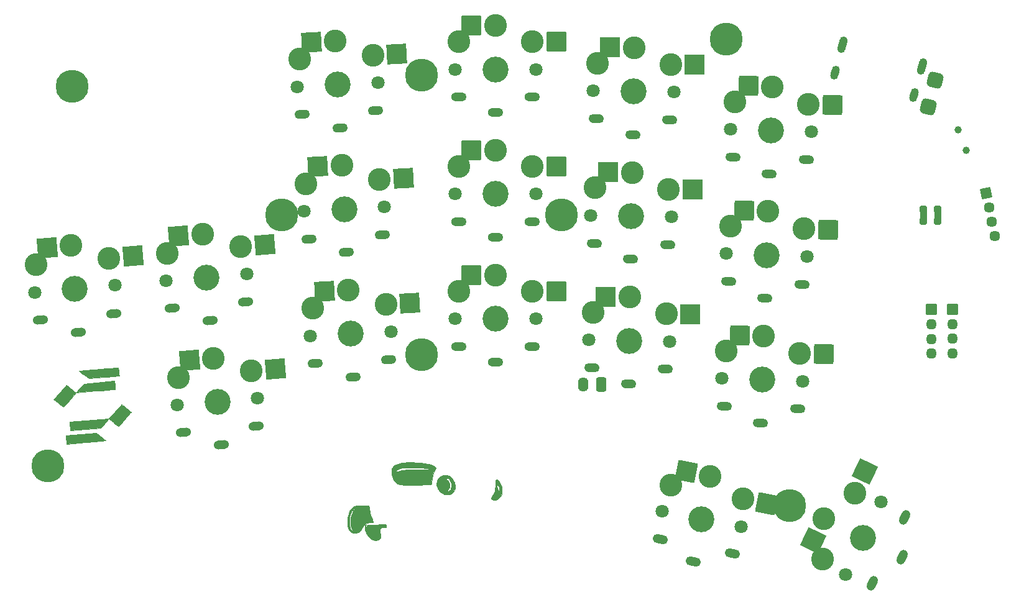
<source format=gbr>
%TF.GenerationSoftware,KiCad,Pcbnew,6.0.4-6f826c9f35~116~ubuntu20.04.1*%
%TF.CreationDate,2022-06-03T00:30:45+02:00*%
%TF.ProjectId,Wubbo,57756262-6f2e-46b6-9963-61645f706362,v0.3*%
%TF.SameCoordinates,Original*%
%TF.FileFunction,Soldermask,Bot*%
%TF.FilePolarity,Negative*%
%FSLAX46Y46*%
G04 Gerber Fmt 4.6, Leading zero omitted, Abs format (unit mm)*
G04 Created by KiCad (PCBNEW 6.0.4-6f826c9f35~116~ubuntu20.04.1) date 2022-06-03 00:30:45*
%MOMM*%
%LPD*%
G01*
G04 APERTURE LIST*
G04 Aperture macros list*
%AMRoundRect*
0 Rectangle with rounded corners*
0 $1 Rounding radius*
0 $2 $3 $4 $5 $6 $7 $8 $9 X,Y pos of 4 corners*
0 Add a 4 corners polygon primitive as box body*
4,1,4,$2,$3,$4,$5,$6,$7,$8,$9,$2,$3,0*
0 Add four circle primitives for the rounded corners*
1,1,$1+$1,$2,$3*
1,1,$1+$1,$4,$5*
1,1,$1+$1,$6,$7*
1,1,$1+$1,$8,$9*
0 Add four rect primitives between the rounded corners*
20,1,$1+$1,$2,$3,$4,$5,0*
20,1,$1+$1,$4,$5,$6,$7,0*
20,1,$1+$1,$6,$7,$8,$9,0*
20,1,$1+$1,$8,$9,$2,$3,0*%
%AMHorizOval*
0 Thick line with rounded ends*
0 $1 width*
0 $2 $3 position (X,Y) of the first rounded end (center of the circle)*
0 $4 $5 position (X,Y) of the second rounded end (center of the circle)*
0 Add line between two ends*
20,1,$1,$2,$3,$4,$5,0*
0 Add two circle primitives to create the rounded ends*
1,1,$1,$2,$3*
1,1,$1,$4,$5*%
G04 Aperture macros list end*
%ADD10C,0.120000*%
%ADD11C,0.010000*%
%ADD12C,3.100000*%
%ADD13C,1.801800*%
%ADD14C,3.529000*%
%ADD15HorizOval,1.200000X-0.449383X-0.023551X0.449383X0.023551X0*%
%ADD16RoundRect,0.050000X1.230182X1.366255X-1.366255X1.230182X-1.230182X-1.366255X1.366255X-1.230182X0*%
%ADD17RoundRect,0.050000X1.300000X1.300000X-1.300000X1.300000X-1.300000X-1.300000X1.300000X-1.300000X0*%
%ADD18O,2.100000X1.200000*%
%ADD19RoundRect,0.268750X0.256250X-0.218750X0.256250X0.218750X-0.256250X0.218750X-0.256250X-0.218750X0*%
%ADD20RoundRect,0.050000X-0.675000X-0.675000X0.675000X-0.675000X0.675000X0.675000X-0.675000X0.675000X0*%
%ADD21O,1.450000X1.450000*%
%ADD22RoundRect,0.050000X-0.598550X1.738315X-1.738315X-0.598550X0.598550X-1.738315X1.738315X0.598550X0*%
%ADD23HorizOval,1.200000X-0.197267X-0.404457X0.197267X0.404457X0*%
%ADD24RoundRect,0.320833X0.379167X0.654167X-0.379167X0.654167X-0.379167X-0.654167X0.379167X-0.654167X0*%
%ADD25O,1.400000X1.950000*%
%ADD26HorizOval,1.200000X-0.449931X0.007854X0.449931X-0.007854X0*%
%ADD27RoundRect,0.050000X1.322490X1.277114X-1.277114X1.322490X-1.322490X-1.277114X1.277114X-1.322490X0*%
%ADD28C,0.800000*%
%ADD29C,4.500000*%
%ADD30RoundRect,0.050000X1.181751X1.408356X-1.408356X1.181751X-1.181751X-1.408356X1.408356X-1.181751X0*%
%ADD31HorizOval,1.200000X-0.448288X-0.039220X0.448288X0.039220X0*%
%ADD32RoundRect,0.550000X0.612372X0.353553X-0.353553X0.612372X-0.612372X-0.353553X0.353553X-0.612372X0*%
%ADD33C,1.000000*%
%ADD34HorizOval,1.200000X-0.449726X0.015705X0.449726X-0.015705X0*%
%ADD35RoundRect,0.050000X1.344577X1.253839X-1.253839X1.344577X-1.344577X-1.253839X1.253839X-1.344577X0*%
%ADD36HorizOval,1.100000X-0.160343X-0.578178X0.160343X0.578178X0*%
%ADD37HorizOval,1.100000X-0.106895X-0.385452X0.106895X0.385452X0*%
%ADD38RoundRect,0.050000X-0.533802X-0.791394X0.791394X-0.533802X0.533802X0.791394X-0.791394X0.533802X0*%
%ADD39HorizOval,1.450000X0.000000X0.000000X0.000000X0.000000X0*%
%ADD40RoundRect,0.050000X1.524167X1.028064X-1.028064X1.524167X-1.524167X-1.028064X1.028064X-1.524167X0*%
%ADD41HorizOval,1.200000X-0.441732X0.085864X0.441732X-0.085864X0*%
G04 APERTURE END LIST*
D10*
%TO.C,D1*%
X113680000Y27630000D02*
X114520000Y27630000D01*
X114520000Y27630000D02*
X114520000Y26390000D01*
X114520000Y26390000D02*
X113680000Y26390000D01*
X113680000Y26390000D02*
X113680000Y27630000D01*
G36*
X113680000Y27630000D02*
G01*
X114520000Y27630000D01*
X114520000Y26390000D01*
X113680000Y26390000D01*
X113680000Y27630000D01*
G37*
%TO.C,GR5*%
G36*
X48104326Y-8795072D02*
G01*
X48214333Y-8685930D01*
X48324709Y-8606323D01*
X48333240Y-8601567D01*
X48488168Y-8535738D01*
X48667980Y-8489541D01*
X48859269Y-8464560D01*
X49048627Y-8462375D01*
X49222645Y-8484570D01*
X49256509Y-8492613D01*
X49435609Y-8559346D01*
X49612720Y-8663898D01*
X49781795Y-8801950D01*
X49936790Y-8969181D01*
X49954268Y-8991149D01*
X50090619Y-9192616D01*
X50193486Y-9402611D01*
X50263364Y-9617135D01*
X50300746Y-9832189D01*
X50306128Y-10043774D01*
X50280004Y-10247893D01*
X50222870Y-10440545D01*
X50135219Y-10617733D01*
X50017546Y-10775457D01*
X49870345Y-10909719D01*
X49704358Y-11011523D01*
X49632311Y-11045680D01*
X49573057Y-11068166D01*
X49513368Y-11081848D01*
X49440018Y-11089593D01*
X49339779Y-11094268D01*
X49319416Y-11094953D01*
X49217709Y-11097239D01*
X49125637Y-11097422D01*
X49055184Y-11095579D01*
X49024416Y-11093020D01*
X48889787Y-11068663D01*
X48781506Y-11037860D01*
X48683599Y-10995072D01*
X48594992Y-10944141D01*
X48386976Y-10793748D01*
X48207969Y-10621978D01*
X48059361Y-10432732D01*
X47942540Y-10229912D01*
X47858897Y-10017420D01*
X47809820Y-9799159D01*
X47796699Y-9579030D01*
X47820922Y-9360935D01*
X47883879Y-9148777D01*
X47923868Y-9059002D01*
X47984128Y-8957117D01*
X49142376Y-8957117D01*
X49163747Y-9014708D01*
X49216505Y-9089328D01*
X49276902Y-9158596D01*
X49398119Y-9319133D01*
X49483153Y-9493892D01*
X49531520Y-9677472D01*
X49542732Y-9864467D01*
X49516305Y-10049477D01*
X49451752Y-10227098D01*
X49383524Y-10344281D01*
X49321109Y-10448010D01*
X49292381Y-10528853D01*
X49296819Y-10588856D01*
X49314400Y-10614933D01*
X49366479Y-10638607D01*
X49437188Y-10625133D01*
X49492070Y-10596771D01*
X49605114Y-10502802D01*
X49695341Y-10377747D01*
X49760605Y-10227465D01*
X49798755Y-10057815D01*
X49807644Y-9874657D01*
X49798204Y-9761953D01*
X49765341Y-9577607D01*
X49718822Y-9406184D01*
X49661035Y-9251160D01*
X49594369Y-9116011D01*
X49521215Y-9004211D01*
X49443961Y-8919238D01*
X49364998Y-8864567D01*
X49286713Y-8843673D01*
X49211498Y-8860033D01*
X49187876Y-8874116D01*
X49150912Y-8911829D01*
X49142376Y-8957117D01*
X47984128Y-8957117D01*
X48004301Y-8923010D01*
X48104326Y-8795072D01*
G37*
D11*
X48104326Y-8795072D02*
X48214333Y-8685930D01*
X48324709Y-8606323D01*
X48333240Y-8601567D01*
X48488168Y-8535738D01*
X48667980Y-8489541D01*
X48859269Y-8464560D01*
X49048627Y-8462375D01*
X49222645Y-8484570D01*
X49256509Y-8492613D01*
X49435609Y-8559346D01*
X49612720Y-8663898D01*
X49781795Y-8801950D01*
X49936790Y-8969181D01*
X49954268Y-8991149D01*
X50090619Y-9192616D01*
X50193486Y-9402611D01*
X50263364Y-9617135D01*
X50300746Y-9832189D01*
X50306128Y-10043774D01*
X50280004Y-10247893D01*
X50222870Y-10440545D01*
X50135219Y-10617733D01*
X50017546Y-10775457D01*
X49870345Y-10909719D01*
X49704358Y-11011523D01*
X49632311Y-11045680D01*
X49573057Y-11068166D01*
X49513368Y-11081848D01*
X49440018Y-11089593D01*
X49339779Y-11094268D01*
X49319416Y-11094953D01*
X49217709Y-11097239D01*
X49125637Y-11097422D01*
X49055184Y-11095579D01*
X49024416Y-11093020D01*
X48889787Y-11068663D01*
X48781506Y-11037860D01*
X48683599Y-10995072D01*
X48594992Y-10944141D01*
X48386976Y-10793748D01*
X48207969Y-10621978D01*
X48059361Y-10432732D01*
X47942540Y-10229912D01*
X47858897Y-10017420D01*
X47809820Y-9799159D01*
X47796699Y-9579030D01*
X47820922Y-9360935D01*
X47883879Y-9148777D01*
X47923868Y-9059002D01*
X47984128Y-8957117D01*
X49142376Y-8957117D01*
X49163747Y-9014708D01*
X49216505Y-9089328D01*
X49276902Y-9158596D01*
X49398119Y-9319133D01*
X49483153Y-9493892D01*
X49531520Y-9677472D01*
X49542732Y-9864467D01*
X49516305Y-10049477D01*
X49451752Y-10227098D01*
X49383524Y-10344281D01*
X49321109Y-10448010D01*
X49292381Y-10528853D01*
X49296819Y-10588856D01*
X49314400Y-10614933D01*
X49366479Y-10638607D01*
X49437188Y-10625133D01*
X49492070Y-10596771D01*
X49605114Y-10502802D01*
X49695341Y-10377747D01*
X49760605Y-10227465D01*
X49798755Y-10057815D01*
X49807644Y-9874657D01*
X49798204Y-9761953D01*
X49765341Y-9577607D01*
X49718822Y-9406184D01*
X49661035Y-9251160D01*
X49594369Y-9116011D01*
X49521215Y-9004211D01*
X49443961Y-8919238D01*
X49364998Y-8864567D01*
X49286713Y-8843673D01*
X49211498Y-8860033D01*
X49187876Y-8874116D01*
X49150912Y-8911829D01*
X49142376Y-8957117D01*
X47984128Y-8957117D01*
X48004301Y-8923010D01*
X48104326Y-8795072D01*
G36*
X35643983Y-14672583D02*
G01*
X35672739Y-14322111D01*
X35726676Y-13999570D01*
X35805179Y-13706143D01*
X35907635Y-13443018D01*
X36033428Y-13211378D01*
X36181944Y-13012410D01*
X36352570Y-12847299D01*
X36544691Y-12717230D01*
X36693799Y-12646807D01*
X36730850Y-12633100D01*
X36768644Y-12622238D01*
X36812729Y-12613795D01*
X36868655Y-12607346D01*
X36941972Y-12602467D01*
X37038230Y-12598733D01*
X37162979Y-12595719D01*
X37321767Y-12593001D01*
X37414500Y-12591636D01*
X37653446Y-12588149D01*
X37853627Y-12585188D01*
X38018610Y-12582872D01*
X38151960Y-12581318D01*
X38257245Y-12580647D01*
X38338030Y-12580977D01*
X38397882Y-12582426D01*
X38440368Y-12585114D01*
X38469053Y-12589160D01*
X38487505Y-12594682D01*
X38499289Y-12601799D01*
X38507972Y-12610631D01*
X38517120Y-12621295D01*
X38524315Y-12628621D01*
X38561436Y-12673290D01*
X38589009Y-12732422D01*
X38609446Y-12814119D01*
X38625162Y-12926483D01*
X38631170Y-12987363D01*
X38654725Y-13170734D01*
X38693584Y-13382232D01*
X38744997Y-13611694D01*
X38806214Y-13848955D01*
X38874485Y-14083853D01*
X38947060Y-14306223D01*
X39021190Y-14505902D01*
X39077932Y-14638522D01*
X39111733Y-14715091D01*
X39137070Y-14778899D01*
X39149563Y-14818711D01*
X39150166Y-14823730D01*
X39140277Y-14837805D01*
X39106440Y-14846689D01*
X39042400Y-14851284D01*
X38950614Y-14852500D01*
X38717857Y-14861176D01*
X38518280Y-14888456D01*
X38346173Y-14936217D01*
X38195829Y-15006334D01*
X38061537Y-15100684D01*
X37986676Y-15169323D01*
X37935392Y-15226896D01*
X37867812Y-15311936D01*
X37790184Y-15416083D01*
X37708760Y-15530975D01*
X37637895Y-15635901D01*
X37519942Y-15810553D01*
X37416928Y-15951561D01*
X37324329Y-16062877D01*
X37237620Y-16148450D01*
X37152276Y-16212231D01*
X37063772Y-16258170D01*
X36967586Y-16290218D01*
X36864039Y-16311546D01*
X36663658Y-16330905D01*
X36478658Y-16319802D01*
X36398500Y-16305223D01*
X36224482Y-16246817D01*
X36072436Y-16152734D01*
X35942686Y-16023677D01*
X35835558Y-15860350D01*
X35751376Y-15663457D01*
X35690467Y-15433702D01*
X35653155Y-15171788D01*
X35639952Y-14882500D01*
X35890037Y-14882500D01*
X35903502Y-15148526D01*
X35934851Y-15394711D01*
X35965341Y-15540416D01*
X36013935Y-15694245D01*
X36076142Y-15826866D01*
X36147903Y-15930919D01*
X36214540Y-15992203D01*
X36303507Y-16048330D01*
X36362972Y-16075044D01*
X36393635Y-16072592D01*
X36398500Y-16057522D01*
X36387319Y-16028132D01*
X36358806Y-15978322D01*
X36337896Y-15946397D01*
X36227877Y-15750121D01*
X36145861Y-15525204D01*
X36092593Y-15275394D01*
X36068821Y-15004443D01*
X36075291Y-14716099D01*
X36080553Y-14653783D01*
X36130606Y-14291485D01*
X36209269Y-13959719D01*
X36316960Y-13657432D01*
X36454100Y-13383572D01*
X36621110Y-13137086D01*
X36743387Y-12993729D01*
X36798126Y-12932424D01*
X36837900Y-12883085D01*
X36856727Y-12853358D01*
X36856969Y-12848580D01*
X36827893Y-12847805D01*
X36774378Y-12872663D01*
X36702139Y-12919078D01*
X36616894Y-12982970D01*
X36524358Y-13060262D01*
X36430248Y-13146876D01*
X36407196Y-13169456D01*
X36293065Y-13288201D01*
X36205826Y-13394518D01*
X36138285Y-13500547D01*
X36083247Y-13618431D01*
X36033515Y-13760313D01*
X36009308Y-13840878D01*
X35954092Y-14075823D01*
X35915618Y-14335105D01*
X35894171Y-14607678D01*
X35890037Y-14882500D01*
X35639952Y-14882500D01*
X35639765Y-14878418D01*
X35643983Y-14672583D01*
G37*
X35643983Y-14672583D02*
X35672739Y-14322111D01*
X35726676Y-13999570D01*
X35805179Y-13706143D01*
X35907635Y-13443018D01*
X36033428Y-13211378D01*
X36181944Y-13012410D01*
X36352570Y-12847299D01*
X36544691Y-12717230D01*
X36693799Y-12646807D01*
X36730850Y-12633100D01*
X36768644Y-12622238D01*
X36812729Y-12613795D01*
X36868655Y-12607346D01*
X36941972Y-12602467D01*
X37038230Y-12598733D01*
X37162979Y-12595719D01*
X37321767Y-12593001D01*
X37414500Y-12591636D01*
X37653446Y-12588149D01*
X37853627Y-12585188D01*
X38018610Y-12582872D01*
X38151960Y-12581318D01*
X38257245Y-12580647D01*
X38338030Y-12580977D01*
X38397882Y-12582426D01*
X38440368Y-12585114D01*
X38469053Y-12589160D01*
X38487505Y-12594682D01*
X38499289Y-12601799D01*
X38507972Y-12610631D01*
X38517120Y-12621295D01*
X38524315Y-12628621D01*
X38561436Y-12673290D01*
X38589009Y-12732422D01*
X38609446Y-12814119D01*
X38625162Y-12926483D01*
X38631170Y-12987363D01*
X38654725Y-13170734D01*
X38693584Y-13382232D01*
X38744997Y-13611694D01*
X38806214Y-13848955D01*
X38874485Y-14083853D01*
X38947060Y-14306223D01*
X39021190Y-14505902D01*
X39077932Y-14638522D01*
X39111733Y-14715091D01*
X39137070Y-14778899D01*
X39149563Y-14818711D01*
X39150166Y-14823730D01*
X39140277Y-14837805D01*
X39106440Y-14846689D01*
X39042400Y-14851284D01*
X38950614Y-14852500D01*
X38717857Y-14861176D01*
X38518280Y-14888456D01*
X38346173Y-14936217D01*
X38195829Y-15006334D01*
X38061537Y-15100684D01*
X37986676Y-15169323D01*
X37935392Y-15226896D01*
X37867812Y-15311936D01*
X37790184Y-15416083D01*
X37708760Y-15530975D01*
X37637895Y-15635901D01*
X37519942Y-15810553D01*
X37416928Y-15951561D01*
X37324329Y-16062877D01*
X37237620Y-16148450D01*
X37152276Y-16212231D01*
X37063772Y-16258170D01*
X36967586Y-16290218D01*
X36864039Y-16311546D01*
X36663658Y-16330905D01*
X36478658Y-16319802D01*
X36398500Y-16305223D01*
X36224482Y-16246817D01*
X36072436Y-16152734D01*
X35942686Y-16023677D01*
X35835558Y-15860350D01*
X35751376Y-15663457D01*
X35690467Y-15433702D01*
X35653155Y-15171788D01*
X35639952Y-14882500D01*
X35890037Y-14882500D01*
X35903502Y-15148526D01*
X35934851Y-15394711D01*
X35965341Y-15540416D01*
X36013935Y-15694245D01*
X36076142Y-15826866D01*
X36147903Y-15930919D01*
X36214540Y-15992203D01*
X36303507Y-16048330D01*
X36362972Y-16075044D01*
X36393635Y-16072592D01*
X36398500Y-16057522D01*
X36387319Y-16028132D01*
X36358806Y-15978322D01*
X36337896Y-15946397D01*
X36227877Y-15750121D01*
X36145861Y-15525204D01*
X36092593Y-15275394D01*
X36068821Y-15004443D01*
X36075291Y-14716099D01*
X36080553Y-14653783D01*
X36130606Y-14291485D01*
X36209269Y-13959719D01*
X36316960Y-13657432D01*
X36454100Y-13383572D01*
X36621110Y-13137086D01*
X36743387Y-12993729D01*
X36798126Y-12932424D01*
X36837900Y-12883085D01*
X36856727Y-12853358D01*
X36856969Y-12848580D01*
X36827893Y-12847805D01*
X36774378Y-12872663D01*
X36702139Y-12919078D01*
X36616894Y-12982970D01*
X36524358Y-13060262D01*
X36430248Y-13146876D01*
X36407196Y-13169456D01*
X36293065Y-13288201D01*
X36205826Y-13394518D01*
X36138285Y-13500547D01*
X36083247Y-13618431D01*
X36033515Y-13760313D01*
X36009308Y-13840878D01*
X35954092Y-14075823D01*
X35915618Y-14335105D01*
X35894171Y-14607678D01*
X35890037Y-14882500D01*
X35639952Y-14882500D01*
X35639765Y-14878418D01*
X35643983Y-14672583D01*
G36*
X41666453Y-7682298D02*
G01*
X41720092Y-7500388D01*
X41806200Y-7339398D01*
X41925667Y-7198522D01*
X42079384Y-7076956D01*
X42268242Y-6973893D01*
X42493130Y-6888530D01*
X42754941Y-6820061D01*
X43054565Y-6767682D01*
X43392892Y-6730586D01*
X43505587Y-6722077D01*
X43725775Y-6711557D01*
X43979344Y-6707153D01*
X44258123Y-6708478D01*
X44553942Y-6715143D01*
X44858630Y-6726760D01*
X45164017Y-6742942D01*
X45461932Y-6763300D01*
X45744205Y-6787447D01*
X46002665Y-6814994D01*
X46229142Y-6845554D01*
X46281298Y-6853866D01*
X46534303Y-6902967D01*
X46772127Y-6963370D01*
X46990844Y-7033347D01*
X47186528Y-7111173D01*
X47355255Y-7195120D01*
X47493097Y-7283464D01*
X47596130Y-7374477D01*
X47656580Y-7458650D01*
X47671570Y-7492699D01*
X47676318Y-7525030D01*
X47668286Y-7563415D01*
X47644935Y-7615626D01*
X47603726Y-7689434D01*
X47553869Y-7773118D01*
X47447704Y-7977474D01*
X47353245Y-8215775D01*
X47272441Y-8480773D01*
X47207244Y-8765219D01*
X47159603Y-9061864D01*
X47133138Y-9336539D01*
X47126466Y-9451007D01*
X47119906Y-9540394D01*
X47108648Y-9607922D01*
X47087881Y-9656813D01*
X47052796Y-9690290D01*
X46998582Y-9711577D01*
X46920429Y-9723895D01*
X46813526Y-9730468D01*
X46673063Y-9734518D01*
X46533768Y-9738095D01*
X46367378Y-9743347D01*
X46194100Y-9749707D01*
X46025275Y-9756695D01*
X45872243Y-9763832D01*
X45746347Y-9770641D01*
X45711833Y-9772790D01*
X45605051Y-9778431D01*
X45467549Y-9783634D01*
X45304657Y-9788356D01*
X45121703Y-9792553D01*
X44924016Y-9796179D01*
X44716924Y-9799191D01*
X44505756Y-9801544D01*
X44295839Y-9803193D01*
X44092504Y-9804095D01*
X43901078Y-9804204D01*
X43726891Y-9803476D01*
X43575270Y-9801867D01*
X43451544Y-9799332D01*
X43361041Y-9795827D01*
X43320000Y-9792739D01*
X43024472Y-9751365D01*
X42766195Y-9694079D01*
X42542244Y-9618311D01*
X42349694Y-9521489D01*
X42185620Y-9401043D01*
X42047095Y-9254403D01*
X41931196Y-9078998D01*
X41834998Y-8872258D01*
X41755574Y-8631612D01*
X41691436Y-8361591D01*
X41653015Y-8112094D01*
X41644698Y-7893991D01*
X42287390Y-7893991D01*
X42305081Y-7929897D01*
X42312924Y-7942022D01*
X42346968Y-7981565D01*
X42388057Y-7991631D01*
X42420211Y-7988050D01*
X42478842Y-7972442D01*
X42554480Y-7944523D01*
X42603562Y-7922978D01*
X42707587Y-7880558D01*
X42831799Y-7842956D01*
X42980297Y-7809412D01*
X43157181Y-7779166D01*
X43366552Y-7751457D01*
X43612509Y-7725525D01*
X43722166Y-7715469D01*
X43840877Y-7707437D01*
X43995437Y-7700778D01*
X44179384Y-7695491D01*
X44386257Y-7691572D01*
X44609595Y-7689020D01*
X44842935Y-7687830D01*
X45079815Y-7688002D01*
X45313775Y-7689532D01*
X45538353Y-7692418D01*
X45747085Y-7696656D01*
X45933512Y-7702246D01*
X46091172Y-7709183D01*
X46201622Y-7716454D01*
X46364483Y-7727963D01*
X46490188Y-7732124D01*
X46583369Y-7728382D01*
X46648654Y-7716183D01*
X46690672Y-7694974D01*
X46714054Y-7664200D01*
X46717604Y-7654714D01*
X46722836Y-7610955D01*
X46700728Y-7580563D01*
X46644821Y-7556580D01*
X46619857Y-7549423D01*
X46509374Y-7526034D01*
X46361470Y-7504491D01*
X46181022Y-7484911D01*
X45972906Y-7467409D01*
X45742000Y-7452100D01*
X45493179Y-7439100D01*
X45231320Y-7428524D01*
X44961301Y-7420488D01*
X44687998Y-7415107D01*
X44416288Y-7412496D01*
X44151047Y-7412772D01*
X43897152Y-7416049D01*
X43659481Y-7422444D01*
X43442909Y-7432071D01*
X43252314Y-7445046D01*
X43092572Y-7461485D01*
X43064529Y-7465230D01*
X42900535Y-7496620D01*
X42742966Y-7542508D01*
X42598872Y-7599635D01*
X42475305Y-7664740D01*
X42379315Y-7734566D01*
X42317954Y-7805853D01*
X42314544Y-7811906D01*
X42290462Y-7861298D01*
X42287390Y-7893991D01*
X41644698Y-7893991D01*
X41644390Y-7885931D01*
X41666453Y-7682298D01*
G37*
X41666453Y-7682298D02*
X41720092Y-7500388D01*
X41806200Y-7339398D01*
X41925667Y-7198522D01*
X42079384Y-7076956D01*
X42268242Y-6973893D01*
X42493130Y-6888530D01*
X42754941Y-6820061D01*
X43054565Y-6767682D01*
X43392892Y-6730586D01*
X43505587Y-6722077D01*
X43725775Y-6711557D01*
X43979344Y-6707153D01*
X44258123Y-6708478D01*
X44553942Y-6715143D01*
X44858630Y-6726760D01*
X45164017Y-6742942D01*
X45461932Y-6763300D01*
X45744205Y-6787447D01*
X46002665Y-6814994D01*
X46229142Y-6845554D01*
X46281298Y-6853866D01*
X46534303Y-6902967D01*
X46772127Y-6963370D01*
X46990844Y-7033347D01*
X47186528Y-7111173D01*
X47355255Y-7195120D01*
X47493097Y-7283464D01*
X47596130Y-7374477D01*
X47656580Y-7458650D01*
X47671570Y-7492699D01*
X47676318Y-7525030D01*
X47668286Y-7563415D01*
X47644935Y-7615626D01*
X47603726Y-7689434D01*
X47553869Y-7773118D01*
X47447704Y-7977474D01*
X47353245Y-8215775D01*
X47272441Y-8480773D01*
X47207244Y-8765219D01*
X47159603Y-9061864D01*
X47133138Y-9336539D01*
X47126466Y-9451007D01*
X47119906Y-9540394D01*
X47108648Y-9607922D01*
X47087881Y-9656813D01*
X47052796Y-9690290D01*
X46998582Y-9711577D01*
X46920429Y-9723895D01*
X46813526Y-9730468D01*
X46673063Y-9734518D01*
X46533768Y-9738095D01*
X46367378Y-9743347D01*
X46194100Y-9749707D01*
X46025275Y-9756695D01*
X45872243Y-9763832D01*
X45746347Y-9770641D01*
X45711833Y-9772790D01*
X45605051Y-9778431D01*
X45467549Y-9783634D01*
X45304657Y-9788356D01*
X45121703Y-9792553D01*
X44924016Y-9796179D01*
X44716924Y-9799191D01*
X44505756Y-9801544D01*
X44295839Y-9803193D01*
X44092504Y-9804095D01*
X43901078Y-9804204D01*
X43726891Y-9803476D01*
X43575270Y-9801867D01*
X43451544Y-9799332D01*
X43361041Y-9795827D01*
X43320000Y-9792739D01*
X43024472Y-9751365D01*
X42766195Y-9694079D01*
X42542244Y-9618311D01*
X42349694Y-9521489D01*
X42185620Y-9401043D01*
X42047095Y-9254403D01*
X41931196Y-9078998D01*
X41834998Y-8872258D01*
X41755574Y-8631612D01*
X41691436Y-8361591D01*
X41653015Y-8112094D01*
X41644698Y-7893991D01*
X42287390Y-7893991D01*
X42305081Y-7929897D01*
X42312924Y-7942022D01*
X42346968Y-7981565D01*
X42388057Y-7991631D01*
X42420211Y-7988050D01*
X42478842Y-7972442D01*
X42554480Y-7944523D01*
X42603562Y-7922978D01*
X42707587Y-7880558D01*
X42831799Y-7842956D01*
X42980297Y-7809412D01*
X43157181Y-7779166D01*
X43366552Y-7751457D01*
X43612509Y-7725525D01*
X43722166Y-7715469D01*
X43840877Y-7707437D01*
X43995437Y-7700778D01*
X44179384Y-7695491D01*
X44386257Y-7691572D01*
X44609595Y-7689020D01*
X44842935Y-7687830D01*
X45079815Y-7688002D01*
X45313775Y-7689532D01*
X45538353Y-7692418D01*
X45747085Y-7696656D01*
X45933512Y-7702246D01*
X46091172Y-7709183D01*
X46201622Y-7716454D01*
X46364483Y-7727963D01*
X46490188Y-7732124D01*
X46583369Y-7728382D01*
X46648654Y-7716183D01*
X46690672Y-7694974D01*
X46714054Y-7664200D01*
X46717604Y-7654714D01*
X46722836Y-7610955D01*
X46700728Y-7580563D01*
X46644821Y-7556580D01*
X46619857Y-7549423D01*
X46509374Y-7526034D01*
X46361470Y-7504491D01*
X46181022Y-7484911D01*
X45972906Y-7467409D01*
X45742000Y-7452100D01*
X45493179Y-7439100D01*
X45231320Y-7428524D01*
X44961301Y-7420488D01*
X44687998Y-7415107D01*
X44416288Y-7412496D01*
X44151047Y-7412772D01*
X43897152Y-7416049D01*
X43659481Y-7422444D01*
X43442909Y-7432071D01*
X43252314Y-7445046D01*
X43092572Y-7461485D01*
X43064529Y-7465230D01*
X42900535Y-7496620D01*
X42742966Y-7542508D01*
X42598872Y-7599635D01*
X42475305Y-7664740D01*
X42379315Y-7734566D01*
X42317954Y-7805853D01*
X42314544Y-7811906D01*
X42290462Y-7861298D01*
X42287390Y-7893991D01*
X41644698Y-7893991D01*
X41644390Y-7885931D01*
X41666453Y-7682298D01*
G36*
X55785149Y-9814833D02*
G01*
X55789717Y-9635956D01*
X55794081Y-9494176D01*
X55798668Y-9384259D01*
X55803902Y-9300974D01*
X55810208Y-9239089D01*
X55818013Y-9193370D01*
X55827741Y-9158586D01*
X55839817Y-9129505D01*
X55841069Y-9126916D01*
X55874478Y-9070688D01*
X55910987Y-9043774D01*
X55950720Y-9035653D01*
X55994575Y-9037185D01*
X56037009Y-9055251D01*
X56089706Y-9096014D01*
X56123530Y-9126810D01*
X56232424Y-9244651D01*
X56342865Y-9393332D01*
X56447664Y-9562273D01*
X56537275Y-9735806D01*
X56601737Y-9880593D01*
X56647885Y-10003138D01*
X56678594Y-10116619D01*
X56696738Y-10234210D01*
X56705192Y-10369089D01*
X56706897Y-10513333D01*
X56705920Y-10639583D01*
X56702656Y-10734400D01*
X56695788Y-10808673D01*
X56684001Y-10873291D01*
X56665980Y-10939143D01*
X56649138Y-10991243D01*
X56553746Y-11212030D01*
X56424123Y-11408520D01*
X56262118Y-11578563D01*
X56069576Y-11720010D01*
X55979194Y-11770814D01*
X55863162Y-11826395D01*
X55768860Y-11857844D01*
X55683502Y-11865438D01*
X55594303Y-11849455D01*
X55488478Y-11810172D01*
X55427333Y-11782803D01*
X55346572Y-11745712D01*
X55279814Y-11715447D01*
X55236769Y-11696391D01*
X55227054Y-11692394D01*
X55216635Y-11667442D01*
X55230225Y-11610186D01*
X55266993Y-11522603D01*
X55326109Y-11406671D01*
X55406518Y-11264750D01*
X55497968Y-11107580D01*
X55572573Y-10972929D01*
X55632176Y-10853743D01*
X55678619Y-10742970D01*
X55713742Y-10633558D01*
X55739388Y-10518452D01*
X55757399Y-10390600D01*
X55769616Y-10242950D01*
X55777881Y-10068448D01*
X55782362Y-9916725D01*
X55938581Y-9916725D01*
X55946643Y-9967771D01*
X55974243Y-10041666D01*
X55996617Y-10092363D01*
X56032760Y-10178150D01*
X56064860Y-10264670D01*
X56083013Y-10322833D01*
X56117187Y-10423876D01*
X56160076Y-10508407D01*
X56206637Y-10568658D01*
X56251823Y-10596862D01*
X56261717Y-10598000D01*
X56313072Y-10584060D01*
X56339483Y-10563859D01*
X56361971Y-10507988D01*
X56366354Y-10424322D01*
X56354692Y-10322290D01*
X56329046Y-10211318D01*
X56291476Y-10100833D01*
X56244042Y-10000264D01*
X56202177Y-9935625D01*
X56131119Y-9859474D01*
X56065243Y-9823262D01*
X56005998Y-9827570D01*
X55978307Y-9846003D01*
X55949366Y-9879234D01*
X55938581Y-9916725D01*
X55782362Y-9916725D01*
X55784037Y-9860042D01*
X55785149Y-9814833D01*
G37*
X55785149Y-9814833D02*
X55789717Y-9635956D01*
X55794081Y-9494176D01*
X55798668Y-9384259D01*
X55803902Y-9300974D01*
X55810208Y-9239089D01*
X55818013Y-9193370D01*
X55827741Y-9158586D01*
X55839817Y-9129505D01*
X55841069Y-9126916D01*
X55874478Y-9070688D01*
X55910987Y-9043774D01*
X55950720Y-9035653D01*
X55994575Y-9037185D01*
X56037009Y-9055251D01*
X56089706Y-9096014D01*
X56123530Y-9126810D01*
X56232424Y-9244651D01*
X56342865Y-9393332D01*
X56447664Y-9562273D01*
X56537275Y-9735806D01*
X56601737Y-9880593D01*
X56647885Y-10003138D01*
X56678594Y-10116619D01*
X56696738Y-10234210D01*
X56705192Y-10369089D01*
X56706897Y-10513333D01*
X56705920Y-10639583D01*
X56702656Y-10734400D01*
X56695788Y-10808673D01*
X56684001Y-10873291D01*
X56665980Y-10939143D01*
X56649138Y-10991243D01*
X56553746Y-11212030D01*
X56424123Y-11408520D01*
X56262118Y-11578563D01*
X56069576Y-11720010D01*
X55979194Y-11770814D01*
X55863162Y-11826395D01*
X55768860Y-11857844D01*
X55683502Y-11865438D01*
X55594303Y-11849455D01*
X55488478Y-11810172D01*
X55427333Y-11782803D01*
X55346572Y-11745712D01*
X55279814Y-11715447D01*
X55236769Y-11696391D01*
X55227054Y-11692394D01*
X55216635Y-11667442D01*
X55230225Y-11610186D01*
X55266993Y-11522603D01*
X55326109Y-11406671D01*
X55406518Y-11264750D01*
X55497968Y-11107580D01*
X55572573Y-10972929D01*
X55632176Y-10853743D01*
X55678619Y-10742970D01*
X55713742Y-10633558D01*
X55739388Y-10518452D01*
X55757399Y-10390600D01*
X55769616Y-10242950D01*
X55777881Y-10068448D01*
X55782362Y-9916725D01*
X55938581Y-9916725D01*
X55946643Y-9967771D01*
X55974243Y-10041666D01*
X55996617Y-10092363D01*
X56032760Y-10178150D01*
X56064860Y-10264670D01*
X56083013Y-10322833D01*
X56117187Y-10423876D01*
X56160076Y-10508407D01*
X56206637Y-10568658D01*
X56251823Y-10596862D01*
X56261717Y-10598000D01*
X56313072Y-10584060D01*
X56339483Y-10563859D01*
X56361971Y-10507988D01*
X56366354Y-10424322D01*
X56354692Y-10322290D01*
X56329046Y-10211318D01*
X56291476Y-10100833D01*
X56244042Y-10000264D01*
X56202177Y-9935625D01*
X56131119Y-9859474D01*
X56065243Y-9823262D01*
X56005998Y-9827570D01*
X55978307Y-9846003D01*
X55949366Y-9879234D01*
X55938581Y-9916725D01*
X55782362Y-9916725D01*
X55784037Y-9860042D01*
X55785149Y-9814833D01*
G36*
X40875261Y-15279229D02*
G01*
X40881865Y-15361564D01*
X40884139Y-15436312D01*
X40882449Y-15477002D01*
X40875250Y-15540416D01*
X40610666Y-15552215D01*
X40504176Y-15558561D01*
X40408962Y-15567156D01*
X40335315Y-15576881D01*
X40293526Y-15586616D01*
X40293166Y-15586769D01*
X40211673Y-15640382D01*
X40143187Y-15718714D01*
X40103058Y-15802321D01*
X40088109Y-15892859D01*
X40082953Y-16014439D01*
X40087415Y-16156959D01*
X40101323Y-16310318D01*
X40113250Y-16397666D01*
X40131246Y-16542286D01*
X40141352Y-16685502D01*
X40143531Y-16818218D01*
X40137744Y-16931338D01*
X40123955Y-17015767D01*
X40115879Y-17040221D01*
X40061478Y-17122626D01*
X39975123Y-17197033D01*
X39867193Y-17255266D01*
X39821992Y-17271671D01*
X39728735Y-17293752D01*
X39615178Y-17310183D01*
X39498499Y-17319366D01*
X39395880Y-17319702D01*
X39351250Y-17315474D01*
X39223713Y-17285182D01*
X39077889Y-17232405D01*
X38933677Y-17165268D01*
X38759476Y-17053579D01*
X38593315Y-16906273D01*
X38439397Y-16729892D01*
X38301928Y-16530978D01*
X38185111Y-16316072D01*
X38093151Y-16091717D01*
X38030253Y-15864454D01*
X38007623Y-15724341D01*
X37996463Y-15552610D01*
X38004882Y-15409769D01*
X38032317Y-15298392D01*
X38078208Y-15221056D01*
X38124690Y-15186810D01*
X38173484Y-15172576D01*
X38191953Y-15187055D01*
X38178801Y-15229193D01*
X38178214Y-15230295D01*
X38158872Y-15304181D01*
X38160718Y-15408291D01*
X38182101Y-15537209D01*
X38221368Y-15685515D01*
X38276868Y-15847792D01*
X38346948Y-16018623D01*
X38429956Y-16192589D01*
X38523788Y-16363505D01*
X38586249Y-16464109D01*
X38656225Y-16567809D01*
X38728486Y-16667786D01*
X38797801Y-16757221D01*
X38858942Y-16829296D01*
X38906677Y-16877194D01*
X38929849Y-16892896D01*
X38933784Y-16885383D01*
X38913061Y-16853586D01*
X38872067Y-16804019D01*
X38863741Y-16794676D01*
X38718876Y-16611990D01*
X38583081Y-16399034D01*
X38463160Y-16167810D01*
X38365921Y-15930319D01*
X38353991Y-15895727D01*
X38318379Y-15764094D01*
X38297839Y-15631474D01*
X38292023Y-15505278D01*
X38300583Y-15392912D01*
X38323168Y-15301786D01*
X38359429Y-15239308D01*
X38385850Y-15219466D01*
X38413008Y-15216070D01*
X38478445Y-15212329D01*
X38578110Y-15208356D01*
X38707953Y-15204261D01*
X38863920Y-15200157D01*
X39041962Y-15196156D01*
X39238027Y-15192370D01*
X39448064Y-15188909D01*
X39541750Y-15187549D01*
X39759117Y-15184292D01*
X39966324Y-15180753D01*
X40159010Y-15177036D01*
X40332814Y-15173245D01*
X40483373Y-15169484D01*
X40606327Y-15165858D01*
X40697313Y-15162470D01*
X40751969Y-15159426D01*
X40762228Y-15158391D01*
X40860873Y-15144872D01*
X40875261Y-15279229D01*
G37*
X40875261Y-15279229D02*
X40881865Y-15361564D01*
X40884139Y-15436312D01*
X40882449Y-15477002D01*
X40875250Y-15540416D01*
X40610666Y-15552215D01*
X40504176Y-15558561D01*
X40408962Y-15567156D01*
X40335315Y-15576881D01*
X40293526Y-15586616D01*
X40293166Y-15586769D01*
X40211673Y-15640382D01*
X40143187Y-15718714D01*
X40103058Y-15802321D01*
X40088109Y-15892859D01*
X40082953Y-16014439D01*
X40087415Y-16156959D01*
X40101323Y-16310318D01*
X40113250Y-16397666D01*
X40131246Y-16542286D01*
X40141352Y-16685502D01*
X40143531Y-16818218D01*
X40137744Y-16931338D01*
X40123955Y-17015767D01*
X40115879Y-17040221D01*
X40061478Y-17122626D01*
X39975123Y-17197033D01*
X39867193Y-17255266D01*
X39821992Y-17271671D01*
X39728735Y-17293752D01*
X39615178Y-17310183D01*
X39498499Y-17319366D01*
X39395880Y-17319702D01*
X39351250Y-17315474D01*
X39223713Y-17285182D01*
X39077889Y-17232405D01*
X38933677Y-17165268D01*
X38759476Y-17053579D01*
X38593315Y-16906273D01*
X38439397Y-16729892D01*
X38301928Y-16530978D01*
X38185111Y-16316072D01*
X38093151Y-16091717D01*
X38030253Y-15864454D01*
X38007623Y-15724341D01*
X37996463Y-15552610D01*
X38004882Y-15409769D01*
X38032317Y-15298392D01*
X38078208Y-15221056D01*
X38124690Y-15186810D01*
X38173484Y-15172576D01*
X38191953Y-15187055D01*
X38178801Y-15229193D01*
X38178214Y-15230295D01*
X38158872Y-15304181D01*
X38160718Y-15408291D01*
X38182101Y-15537209D01*
X38221368Y-15685515D01*
X38276868Y-15847792D01*
X38346948Y-16018623D01*
X38429956Y-16192589D01*
X38523788Y-16363505D01*
X38586249Y-16464109D01*
X38656225Y-16567809D01*
X38728486Y-16667786D01*
X38797801Y-16757221D01*
X38858942Y-16829296D01*
X38906677Y-16877194D01*
X38929849Y-16892896D01*
X38933784Y-16885383D01*
X38913061Y-16853586D01*
X38872067Y-16804019D01*
X38863741Y-16794676D01*
X38718876Y-16611990D01*
X38583081Y-16399034D01*
X38463160Y-16167810D01*
X38365921Y-15930319D01*
X38353991Y-15895727D01*
X38318379Y-15764094D01*
X38297839Y-15631474D01*
X38292023Y-15505278D01*
X38300583Y-15392912D01*
X38323168Y-15301786D01*
X38359429Y-15239308D01*
X38385850Y-15219466D01*
X38413008Y-15216070D01*
X38478445Y-15212329D01*
X38578110Y-15208356D01*
X38707953Y-15204261D01*
X38863920Y-15200157D01*
X39041962Y-15196156D01*
X39238027Y-15192370D01*
X39448064Y-15188909D01*
X39541750Y-15187549D01*
X39759117Y-15184292D01*
X39966324Y-15180753D01*
X40159010Y-15177036D01*
X40332814Y-15173245D01*
X40483373Y-15169484D01*
X40606327Y-15165858D01*
X40697313Y-15162470D01*
X40751969Y-15159426D01*
X40762228Y-15158391D01*
X40860873Y-15144872D01*
X40875261Y-15279229D01*
D10*
%TO.C,D2*%
X115620000Y27630000D02*
X116460000Y27630000D01*
X116460000Y27630000D02*
X116460000Y26390000D01*
X116460000Y26390000D02*
X115620000Y26390000D01*
X115620000Y26390000D02*
X115620000Y27630000D01*
G36*
X115620000Y27630000D02*
G01*
X116460000Y27630000D01*
X116460000Y26390000D01*
X115620000Y26390000D01*
X115620000Y27630000D01*
G37*
%TO.C,GR2*%
G36*
X4895957Y1179074D02*
G01*
X4920949Y1162866D01*
X4973520Y1124112D01*
X5049318Y1066281D01*
X5143992Y992848D01*
X5253187Y907286D01*
X5372556Y813068D01*
X5497744Y713670D01*
X5624400Y612562D01*
X5748171Y513218D01*
X5864706Y419113D01*
X5969653Y333719D01*
X6058662Y260510D01*
X6127377Y202959D01*
X6171449Y164539D01*
X6186527Y148724D01*
X6186497Y148633D01*
X6171297Y129297D01*
X6130421Y81227D01*
X6066315Y7206D01*
X5981421Y-89982D01*
X5878187Y-207552D01*
X5759056Y-342719D01*
X5626474Y-492700D01*
X5482884Y-654708D01*
X5330733Y-825961D01*
X5326016Y-831264D01*
X5174044Y-1001901D01*
X5030458Y-1162733D01*
X4897724Y-1311028D01*
X4778302Y-1444051D01*
X4674656Y-1559070D01*
X4589249Y-1653352D01*
X4524545Y-1724163D01*
X4483004Y-1768769D01*
X4467091Y-1784437D01*
X4465624Y-1783860D01*
X4439877Y-1766000D01*
X4385460Y-1725262D01*
X4306025Y-1664469D01*
X4205227Y-1586447D01*
X4086718Y-1494021D01*
X3954151Y-1390014D01*
X3811178Y-1277253D01*
X3167735Y-768488D01*
X3008369Y-942828D01*
X2962320Y-993583D01*
X2885485Y-1079032D01*
X2791259Y-1184388D01*
X2685452Y-1303138D01*
X2573875Y-1428770D01*
X2462338Y-1554772D01*
X2075673Y-1992378D01*
X-6505Y-2175430D01*
X-2088682Y-2358483D01*
X-2189439Y-1206823D01*
X3157253Y-754720D01*
X4017646Y214345D01*
X4030877Y229245D01*
X4183293Y400475D01*
X4327351Y561594D01*
X4460596Y709898D01*
X4580566Y842687D01*
X4684806Y957255D01*
X4770857Y1050903D01*
X4836260Y1120925D01*
X4878559Y1164621D01*
X4895293Y1179289D01*
X4895957Y1179074D01*
G37*
D11*
X4895957Y1179074D02*
X4920949Y1162866D01*
X4973520Y1124112D01*
X5049318Y1066281D01*
X5143992Y992848D01*
X5253187Y907286D01*
X5372556Y813068D01*
X5497744Y713670D01*
X5624400Y612562D01*
X5748171Y513218D01*
X5864706Y419113D01*
X5969653Y333719D01*
X6058662Y260510D01*
X6127377Y202959D01*
X6171449Y164539D01*
X6186527Y148724D01*
X6186497Y148633D01*
X6171297Y129297D01*
X6130421Y81227D01*
X6066315Y7206D01*
X5981421Y-89982D01*
X5878187Y-207552D01*
X5759056Y-342719D01*
X5626474Y-492700D01*
X5482884Y-654708D01*
X5330733Y-825961D01*
X5326016Y-831264D01*
X5174044Y-1001901D01*
X5030458Y-1162733D01*
X4897724Y-1311028D01*
X4778302Y-1444051D01*
X4674656Y-1559070D01*
X4589249Y-1653352D01*
X4524545Y-1724163D01*
X4483004Y-1768769D01*
X4467091Y-1784437D01*
X4465624Y-1783860D01*
X4439877Y-1766000D01*
X4385460Y-1725262D01*
X4306025Y-1664469D01*
X4205227Y-1586447D01*
X4086718Y-1494021D01*
X3954151Y-1390014D01*
X3811178Y-1277253D01*
X3167735Y-768488D01*
X3008369Y-942828D01*
X2962320Y-993583D01*
X2885485Y-1079032D01*
X2791259Y-1184388D01*
X2685452Y-1303138D01*
X2573875Y-1428770D01*
X2462338Y-1554772D01*
X2075673Y-1992378D01*
X-6505Y-2175430D01*
X-2088682Y-2358483D01*
X-2189439Y-1206823D01*
X3157253Y-754720D01*
X4017646Y214345D01*
X4030877Y229245D01*
X4183293Y400475D01*
X4327351Y561594D01*
X4460596Y709898D01*
X4580566Y842687D01*
X4684806Y957255D01*
X4770857Y1050903D01*
X4836260Y1120925D01*
X4878559Y1164621D01*
X4895293Y1179289D01*
X4895957Y1179074D01*
G36*
X2081122Y-3195805D02*
G01*
X2113242Y-3221198D01*
X2253990Y-3333018D01*
X2383026Y-3436400D01*
X2496746Y-3528400D01*
X2591551Y-3606069D01*
X2663838Y-3666466D01*
X2710007Y-3706642D01*
X2726456Y-3723652D01*
X2725326Y-3724439D01*
X2694950Y-3729879D01*
X2624375Y-3738656D01*
X2515207Y-3750618D01*
X2369047Y-3765612D01*
X2187504Y-3783487D01*
X1972183Y-3804089D01*
X1724686Y-3827268D01*
X1446620Y-3852870D01*
X1139590Y-3880743D01*
X805201Y-3910736D01*
X445057Y-3942696D01*
X60764Y-3976471D01*
X-2606630Y-4209837D01*
X-2708094Y-3050100D01*
X1437489Y-2687409D01*
X2081122Y-3195805D01*
G37*
X2081122Y-3195805D02*
X2113242Y-3221198D01*
X2253990Y-3333018D01*
X2383026Y-3436400D01*
X2496746Y-3528400D01*
X2591551Y-3606069D01*
X2663838Y-3666466D01*
X2710007Y-3706642D01*
X2726456Y-3723652D01*
X2725326Y-3724439D01*
X2694950Y-3729879D01*
X2624375Y-3738656D01*
X2515207Y-3750618D01*
X2369047Y-3765612D01*
X2187504Y-3783487D01*
X1972183Y-3804089D01*
X1724686Y-3827268D01*
X1446620Y-3852870D01*
X1139590Y-3880743D01*
X805201Y-3910736D01*
X445057Y-3942696D01*
X60764Y-3976471D01*
X-2606630Y-4209837D01*
X-2708094Y-3050100D01*
X1437489Y-2687409D01*
X2081122Y-3195805D01*
G36*
X4511562Y5687816D02*
G01*
X4524261Y5554831D01*
X4536649Y5417642D01*
X4546609Y5298939D01*
X4553670Y5204629D01*
X4557364Y5140618D01*
X4557223Y5112815D01*
X4556480Y5111612D01*
X4543920Y5106047D01*
X4514546Y5099527D01*
X4466242Y5091842D01*
X4396895Y5082779D01*
X4304389Y5072126D01*
X4186611Y5059671D01*
X4041445Y5045203D01*
X3866778Y5028508D01*
X3660495Y5009376D01*
X3420481Y4987593D01*
X3144622Y4962949D01*
X2830803Y4935230D01*
X2476911Y4904225D01*
X404510Y4723236D01*
X-233848Y5227940D01*
X-260549Y5249063D01*
X-401459Y5360980D01*
X-531115Y5464677D01*
X-645844Y5557169D01*
X-741973Y5635465D01*
X-815828Y5696577D01*
X-863737Y5737518D01*
X-882027Y5755297D01*
X-881879Y5756044D01*
X-865734Y5761062D01*
X-822833Y5768013D01*
X-751888Y5777014D01*
X-651611Y5788189D01*
X-520717Y5801659D01*
X-357919Y5817545D01*
X-161929Y5835968D01*
X68538Y5857050D01*
X334769Y5880911D01*
X638052Y5907675D01*
X979672Y5937460D01*
X1360917Y5970389D01*
X1783071Y6006584D01*
X4457990Y6235215D01*
X4511562Y5687816D01*
G37*
X4511562Y5687816D02*
X4524261Y5554831D01*
X4536649Y5417642D01*
X4546609Y5298939D01*
X4553670Y5204629D01*
X4557364Y5140618D01*
X4557223Y5112815D01*
X4556480Y5111612D01*
X4543920Y5106047D01*
X4514546Y5099527D01*
X4466242Y5091842D01*
X4396895Y5082779D01*
X4304389Y5072126D01*
X4186611Y5059671D01*
X4041445Y5045203D01*
X3866778Y5028508D01*
X3660495Y5009376D01*
X3420481Y4987593D01*
X3144622Y4962949D01*
X2830803Y4935230D01*
X2476911Y4904225D01*
X404510Y4723236D01*
X-233848Y5227940D01*
X-260549Y5249063D01*
X-401459Y5360980D01*
X-531115Y5464677D01*
X-645844Y5557169D01*
X-741973Y5635465D01*
X-815828Y5696577D01*
X-863737Y5737518D01*
X-882027Y5755297D01*
X-881879Y5756044D01*
X-865734Y5761062D01*
X-822833Y5768013D01*
X-751888Y5777014D01*
X-651611Y5788189D01*
X-520717Y5801659D01*
X-357919Y5817545D01*
X-161929Y5835968D01*
X68538Y5857050D01*
X334769Y5880911D01*
X638052Y5907675D01*
X979672Y5937460D01*
X1360917Y5970389D01*
X1783071Y6006584D01*
X4457990Y6235215D01*
X4511562Y5687816D01*
G36*
X3987566Y3834267D02*
G01*
X4003988Y3688556D01*
X4018450Y3553146D01*
X4029998Y3437298D01*
X4038097Y3346630D01*
X4042214Y3286760D01*
X4041816Y3263303D01*
X4041631Y3263190D01*
X4016902Y3259646D01*
X3952685Y3252743D01*
X3851504Y3242710D01*
X3715881Y3229775D01*
X3548338Y3214166D01*
X3351398Y3196113D01*
X3127583Y3175842D01*
X2879415Y3153584D01*
X2609416Y3129567D01*
X2320109Y3104019D01*
X2014017Y3077168D01*
X1693660Y3049244D01*
X1361562Y3020474D01*
X-1308426Y2789879D01*
X-1660293Y2389126D01*
X-1697234Y2347084D01*
X-1810066Y2218917D01*
X-1941481Y2069924D01*
X-2084584Y1907911D01*
X-2232476Y1740685D01*
X-2378257Y1576053D01*
X-2515030Y1421821D01*
X-2624088Y1299498D01*
X-2733082Y1178405D01*
X-2830688Y1071159D01*
X-2913591Y981349D01*
X-2978477Y912562D01*
X-3022033Y868387D01*
X-3040945Y852411D01*
X-3041872Y852561D01*
X-3066516Y867860D01*
X-3119163Y905735D01*
X-3195412Y962733D01*
X-3290866Y1035398D01*
X-3401127Y1120277D01*
X-3521796Y1213915D01*
X-3648474Y1312858D01*
X-3776765Y1413652D01*
X-3902269Y1512841D01*
X-4020587Y1606973D01*
X-4127321Y1692592D01*
X-4218074Y1766244D01*
X-4288447Y1824476D01*
X-4334040Y1863832D01*
X-4350458Y1880858D01*
X-4337763Y1897873D01*
X-4299658Y1943207D01*
X-4239079Y2013471D01*
X-4158987Y2105342D01*
X-4062339Y2215498D01*
X-3952093Y2340614D01*
X-3831207Y2477368D01*
X-3702640Y2622437D01*
X-3569348Y2772498D01*
X-3434290Y2924229D01*
X-3300425Y3074304D01*
X-3170709Y3219402D01*
X-3048102Y3356201D01*
X-2935560Y3481376D01*
X-2836042Y3591604D01*
X-2752507Y3683563D01*
X-2687911Y3753930D01*
X-2645214Y3799381D01*
X-2627372Y3816594D01*
X-2624924Y3816771D01*
X-2599541Y3804455D01*
X-2548823Y3770537D01*
X-2471747Y3714227D01*
X-2367288Y3634739D01*
X-2234420Y3531284D01*
X-2072119Y3403075D01*
X-1879359Y3249324D01*
X-1655117Y3069244D01*
X-1574289Y3004227D01*
X-1482371Y2931015D01*
X-1415271Y2879507D01*
X-1368190Y2846822D01*
X-1336323Y2830081D01*
X-1314871Y2826407D01*
X-1299029Y2832921D01*
X-1283996Y2846742D01*
X-1263560Y2868782D01*
X-1217465Y2919685D01*
X-1149949Y2994803D01*
X-1064496Y3090243D01*
X-964591Y3202112D01*
X-853722Y3326516D01*
X-735372Y3459563D01*
X-228615Y4029775D01*
X3923051Y4392998D01*
X3987566Y3834267D01*
G37*
X3987566Y3834267D02*
X4003988Y3688556D01*
X4018450Y3553146D01*
X4029998Y3437298D01*
X4038097Y3346630D01*
X4042214Y3286760D01*
X4041816Y3263303D01*
X4041631Y3263190D01*
X4016902Y3259646D01*
X3952685Y3252743D01*
X3851504Y3242710D01*
X3715881Y3229775D01*
X3548338Y3214166D01*
X3351398Y3196113D01*
X3127583Y3175842D01*
X2879415Y3153584D01*
X2609416Y3129567D01*
X2320109Y3104019D01*
X2014017Y3077168D01*
X1693660Y3049244D01*
X1361562Y3020474D01*
X-1308426Y2789879D01*
X-1660293Y2389126D01*
X-1697234Y2347084D01*
X-1810066Y2218917D01*
X-1941481Y2069924D01*
X-2084584Y1907911D01*
X-2232476Y1740685D01*
X-2378257Y1576053D01*
X-2515030Y1421821D01*
X-2624088Y1299498D01*
X-2733082Y1178405D01*
X-2830688Y1071159D01*
X-2913591Y981349D01*
X-2978477Y912562D01*
X-3022033Y868387D01*
X-3040945Y852411D01*
X-3041872Y852561D01*
X-3066516Y867860D01*
X-3119163Y905735D01*
X-3195412Y962733D01*
X-3290866Y1035398D01*
X-3401127Y1120277D01*
X-3521796Y1213915D01*
X-3648474Y1312858D01*
X-3776765Y1413652D01*
X-3902269Y1512841D01*
X-4020587Y1606973D01*
X-4127321Y1692592D01*
X-4218074Y1766244D01*
X-4288447Y1824476D01*
X-4334040Y1863832D01*
X-4350458Y1880858D01*
X-4337763Y1897873D01*
X-4299658Y1943207D01*
X-4239079Y2013471D01*
X-4158987Y2105342D01*
X-4062339Y2215498D01*
X-3952093Y2340614D01*
X-3831207Y2477368D01*
X-3702640Y2622437D01*
X-3569348Y2772498D01*
X-3434290Y2924229D01*
X-3300425Y3074304D01*
X-3170709Y3219402D01*
X-3048102Y3356201D01*
X-2935560Y3481376D01*
X-2836042Y3591604D01*
X-2752507Y3683563D01*
X-2687911Y3753930D01*
X-2645214Y3799381D01*
X-2627372Y3816594D01*
X-2624924Y3816771D01*
X-2599541Y3804455D01*
X-2548823Y3770537D01*
X-2471747Y3714227D01*
X-2367288Y3634739D01*
X-2234420Y3531284D01*
X-2072119Y3403075D01*
X-1879359Y3249324D01*
X-1655117Y3069244D01*
X-1574289Y3004227D01*
X-1482371Y2931015D01*
X-1415271Y2879507D01*
X-1368190Y2846822D01*
X-1336323Y2830081D01*
X-1314871Y2826407D01*
X-1299029Y2832921D01*
X-1283996Y2846742D01*
X-1263560Y2868782D01*
X-1217465Y2919685D01*
X-1149949Y2994803D01*
X-1064496Y3090243D01*
X-964591Y3202112D01*
X-853722Y3326516D01*
X-735372Y3459563D01*
X-228615Y4029775D01*
X3923051Y4392998D01*
X3987566Y3834267D01*
%TD*%
D12*
%TO.C,SW12*%
X35781444Y16778782D03*
X40889731Y14843477D03*
D13*
X30600382Y10549088D03*
X41585305Y11124784D03*
X41585305Y11124784D03*
D14*
X36092843Y10836936D03*
D12*
X30903435Y14320117D03*
D13*
X30600381Y10549088D03*
D14*
X36092843Y10836936D03*
X36092843Y10836936D03*
D15*
X36401625Y4945022D03*
D16*
X32510932Y16607381D03*
X44160243Y15014877D03*
D15*
X31298572Y6780464D03*
X41284867Y7303824D03*
%TD*%
D14*
%TO.C,SW8*%
X55813372Y29871818D03*
D12*
X55813372Y35821818D03*
D13*
X50313373Y29871818D03*
D12*
X60813372Y33621818D03*
X50813372Y33621818D03*
D14*
X55813372Y29871818D03*
D13*
X50313372Y29871818D03*
X61313372Y29871818D03*
D14*
X55813372Y29871818D03*
D13*
X61313372Y29871818D03*
D17*
X52538372Y35821818D03*
D18*
X55813372Y23971818D03*
D17*
X64088372Y33621818D03*
D18*
X50813372Y26071818D03*
X60813372Y26071818D03*
%TD*%
D19*
%TO.C,D1*%
X114100000Y26212500D03*
X114100000Y27787500D03*
%TD*%
D20*
%TO.C,J2*%
X118070000Y14150000D03*
D21*
X118070000Y12150000D03*
X118070000Y10150000D03*
X118070000Y8150000D03*
%TD*%
D13*
%TO.C,SW17*%
X108305450Y-12076134D03*
D14*
X105894409Y-17019501D03*
D12*
X100332076Y-19869579D03*
D13*
X108305450Y-12076134D03*
D12*
X100546584Y-14411193D03*
D13*
X103483368Y-21962867D03*
D14*
X105894409Y-17019501D03*
D12*
X104715787Y-10881639D03*
D14*
X105894409Y-17019501D03*
D13*
X103483368Y-21962868D03*
D22*
X99110919Y-17354743D03*
D23*
X111197294Y-19605891D03*
D22*
X106151453Y-7938088D03*
D23*
X107117971Y-23179282D03*
X111501682Y-14191341D03*
%TD*%
D24*
%TO.C,J4*%
X70240000Y3880000D03*
D25*
X67740000Y3880000D03*
%TD*%
D12*
%TO.C,SW9*%
X69376271Y30705920D03*
D13*
X79809225Y26773241D03*
D14*
X74310063Y26869229D03*
D13*
X68810901Y26965217D03*
X79809225Y26773241D03*
D12*
X74413905Y32818323D03*
D13*
X68810902Y26965217D03*
D14*
X74310063Y26869229D03*
D12*
X79374748Y30531396D03*
D14*
X74310063Y26869229D03*
D26*
X74207094Y20970128D03*
D27*
X71139404Y32875479D03*
X82649249Y30474239D03*
D26*
X79242982Y22982546D03*
X69244505Y23157070D03*
%TD*%
D28*
%TO.C,*%
X-160000Y44585000D03*
X-2976726Y45751726D03*
X-1810000Y42935000D03*
D29*
X-1810000Y44585000D03*
D28*
X-1810000Y46235000D03*
X-643274Y43418274D03*
X-2976726Y43418274D03*
X-3460000Y44585000D03*
X-643274Y45751726D03*
%TD*%
D13*
%TO.C,SW1*%
X-6960719Y16455953D03*
D14*
X-1481648Y16935310D03*
D13*
X3997423Y17414667D03*
D12*
X-6789456Y20235261D03*
D13*
X-6960718Y16455954D03*
D12*
X3172491Y21106819D03*
D13*
X3997423Y17414667D03*
D14*
X-1481648Y16935310D03*
D12*
X-2000225Y22862668D03*
D14*
X-1481648Y16935310D03*
D30*
X-5262762Y22577233D03*
D31*
X-967429Y11057761D03*
X3830517Y13585549D03*
X-6131430Y12713991D03*
D30*
X6435029Y21392254D03*
%TD*%
D28*
%TO.C,REF\u002A\u002A*%
X97530000Y-12595000D03*
X97046726Y-13761726D03*
X94713274Y-11428274D03*
X97046726Y-11428274D03*
D29*
X95880000Y-12595000D03*
D28*
X94713274Y-13761726D03*
X95880000Y-14245000D03*
X95880000Y-10945000D03*
X94230000Y-12595000D03*
%TD*%
D13*
%TO.C,SW11*%
X23410576Y2048160D03*
D12*
X17412928Y7496161D03*
D14*
X17931505Y1568803D03*
D13*
X12452435Y1089447D03*
D14*
X17931505Y1568803D03*
X17931505Y1568803D03*
D13*
X12452434Y1089446D03*
X23410576Y2048160D03*
D12*
X22585644Y5740312D03*
X12623697Y4868754D03*
D31*
X18445724Y-4308746D03*
D30*
X14150391Y7210726D03*
X25848182Y6025747D03*
D31*
X13281723Y-2652516D03*
X23243670Y-1780958D03*
%TD*%
D13*
%TO.C,SW4*%
X80105916Y43770651D03*
D14*
X74606754Y43866639D03*
D13*
X69107592Y43962627D03*
X69107593Y43962627D03*
D14*
X74606754Y43866639D03*
D12*
X79671439Y47528806D03*
D13*
X80105916Y43770651D03*
D14*
X74606754Y43866639D03*
D12*
X74710596Y49815733D03*
X69672962Y47703330D03*
D26*
X74503785Y37967538D03*
D27*
X71436095Y49872889D03*
X82945940Y47471649D03*
D26*
X79539673Y39979956D03*
X69541196Y40154480D03*
%TD*%
D29*
%TO.C,*%
X-5120000Y-7155000D03*
D28*
X-3953274Y-8321726D03*
X-5120000Y-8805000D03*
X-5120000Y-5505000D03*
X-6286726Y-5988274D03*
X-3470000Y-7155000D03*
X-6770000Y-7155000D03*
X-3953274Y-5988274D03*
X-6286726Y-8321726D03*
%TD*%
D32*
%TO.C,R_TACT1*%
X114754782Y41772447D03*
X115698270Y45370867D03*
%TD*%
D12*
%TO.C,SW6*%
X11142049Y21804064D03*
D14*
X16449857Y18504113D03*
D12*
X15931280Y24431471D03*
D13*
X10970786Y18024756D03*
X21928928Y18983470D03*
X10970787Y18024757D03*
D14*
X16449857Y18504113D03*
D13*
X21928928Y18983470D03*
D12*
X21103996Y22675622D03*
D14*
X16449857Y18504113D03*
D31*
X16964076Y12626564D03*
D30*
X12668743Y24146036D03*
X24366534Y22961057D03*
D31*
X11800075Y14282794D03*
X21762022Y15154352D03*
%TD*%
D33*
%TO.C,SW_POW1*%
X118845530Y38643632D03*
X119920633Y35842891D03*
%TD*%
D13*
%TO.C,SW10*%
X98213310Y21356133D03*
X98213310Y21356133D03*
D14*
X92716660Y21548080D03*
X92716660Y21548080D03*
X92716660Y21548080D03*
D12*
X92924312Y27494455D03*
X97844487Y25121298D03*
D13*
X87220011Y21740027D03*
X87220010Y21740027D03*
D12*
X87850579Y25470293D03*
D34*
X92510753Y15651674D03*
D35*
X89651307Y27608751D03*
D34*
X97580996Y17575897D03*
X87587088Y17924892D03*
D35*
X101117492Y25007002D03*
%TD*%
D14*
%TO.C,SW5*%
X93309951Y38537724D03*
D12*
X98437778Y42110942D03*
D13*
X98806601Y38345777D03*
X98806601Y38345777D03*
X87813302Y38729671D03*
D12*
X88443870Y42459937D03*
X93517603Y44484099D03*
D14*
X93309951Y38537724D03*
D13*
X87813301Y38729671D03*
D14*
X93309951Y38537724D03*
D35*
X90244598Y44598395D03*
D34*
X93104044Y32641318D03*
D35*
X101710783Y41996646D03*
D34*
X98174287Y34565541D03*
X88180379Y34914536D03*
%TD*%
D36*
%TO.C,J1*%
X103076568Y50230074D03*
D37*
X102007615Y46375552D03*
X112838821Y43371793D03*
D36*
X113907776Y47226314D03*
%TD*%
D14*
%TO.C,SW14*%
X74013372Y9871818D03*
X74013372Y9871818D03*
D13*
X68514210Y9967806D03*
X68514211Y9967806D03*
D12*
X69079580Y13708509D03*
D13*
X79512534Y9775830D03*
D12*
X79078057Y13533985D03*
D14*
X74013372Y9871818D03*
D12*
X74117214Y15820912D03*
D13*
X79512534Y9775830D03*
D27*
X70842713Y15878068D03*
D26*
X73910403Y3972717D03*
X68947814Y6159659D03*
X78946291Y5985135D03*
D27*
X82352558Y13476828D03*
%TD*%
D29*
%TO.C,*%
X87210000Y50945000D03*
D28*
X87210000Y52595000D03*
X87210000Y49295000D03*
X88860000Y50945000D03*
X86043274Y49778274D03*
X85560000Y50945000D03*
X88376726Y49778274D03*
X88376726Y52111726D03*
X86043274Y52111726D03*
%TD*%
D13*
%TO.C,SW7*%
X40695594Y28101486D03*
D14*
X35203132Y27813638D03*
X35203132Y27813638D03*
D12*
X30013724Y31296819D03*
D13*
X29710670Y27525790D03*
D14*
X35203132Y27813638D03*
D12*
X40000020Y31820179D03*
D13*
X40695594Y28101486D03*
X29710671Y27525790D03*
D12*
X34891733Y33755484D03*
D16*
X31621221Y33584083D03*
D15*
X35511914Y21921724D03*
X30408861Y23757166D03*
D16*
X43270532Y31991579D03*
D15*
X40395156Y24280526D03*
%TD*%
D38*
%TO.C,J5*%
X122629056Y30024423D03*
D39*
X123010674Y28061169D03*
X123392292Y26097914D03*
X123773910Y24134660D03*
%TD*%
D14*
%TO.C,SW2*%
X34313420Y44790341D03*
D12*
X29124012Y48273522D03*
X34002021Y50732187D03*
D13*
X39805882Y45078189D03*
X39805882Y45078189D03*
X28820959Y44502493D03*
D12*
X39110308Y48796882D03*
D14*
X34313420Y44790341D03*
D13*
X28820958Y44502493D03*
D14*
X34313420Y44790341D03*
D16*
X30731509Y50560786D03*
D15*
X34622202Y38898427D03*
X29519149Y40733869D03*
X39505444Y41257229D03*
D16*
X42380820Y48968282D03*
%TD*%
D14*
%TO.C,SW13*%
X55813372Y12871818D03*
D12*
X60813372Y16621818D03*
X50813372Y16621818D03*
D13*
X50313373Y12871818D03*
X61313372Y12871818D03*
D14*
X55813372Y12871818D03*
D12*
X55813372Y18821818D03*
D14*
X55813372Y12871818D03*
D13*
X50313372Y12871818D03*
X61313372Y12871818D03*
D17*
X52538372Y18821818D03*
D18*
X55813372Y6971818D03*
D17*
X64088372Y16621818D03*
D18*
X60813372Y9071818D03*
X50813372Y9071818D03*
%TD*%
D12*
%TO.C,SW16*%
X85001988Y-8595791D03*
D14*
X83866674Y-14436473D03*
X83866674Y-14436473D03*
D13*
X89265624Y-15485922D03*
D12*
X79674072Y-9801326D03*
D14*
X83866674Y-14436473D03*
D13*
X78467725Y-13387024D03*
X78467724Y-13387024D03*
X89265624Y-15485922D03*
D12*
X89490344Y-11709416D03*
D40*
X81787158Y-7970892D03*
D41*
X82740901Y-20228073D03*
X88049736Y-19120701D03*
D40*
X92705173Y-12334315D03*
D41*
X78233464Y-17212611D03*
%TD*%
D20*
%TO.C,J3*%
X115140000Y14130000D03*
D21*
X115140000Y12130000D03*
X115140000Y10130000D03*
X115140000Y8130000D03*
%TD*%
D14*
%TO.C,SW15*%
X92123368Y4558436D03*
X92123368Y4558436D03*
D12*
X92331020Y10504811D03*
D13*
X86626718Y4750383D03*
D14*
X92123368Y4558436D03*
D12*
X87257287Y8480649D03*
D13*
X97620018Y4366489D03*
X86626719Y4750383D03*
X97620018Y4366489D03*
D12*
X97251195Y8131654D03*
D34*
X91917461Y-1337970D03*
D35*
X89058015Y10619107D03*
D34*
X96987704Y586253D03*
D35*
X100524200Y8017358D03*
D34*
X86993796Y935248D03*
%TD*%
D28*
%TO.C,TENT1*%
X28308572Y27045000D03*
X45708572Y9645000D03*
X44541846Y47261726D03*
X45708572Y6345000D03*
X64758572Y28695000D03*
X27825298Y25878274D03*
X63591846Y25878274D03*
X65925298Y25878274D03*
X66408572Y27045000D03*
X26658572Y25395000D03*
X45708572Y44445000D03*
X47358572Y7995000D03*
X65925298Y28211726D03*
X25008572Y27045000D03*
D29*
X45708572Y46095000D03*
D28*
X45708572Y47745000D03*
X46875298Y9161726D03*
X46875298Y6828274D03*
X26658572Y28695000D03*
X25491846Y25878274D03*
D29*
X45708572Y7995000D03*
D28*
X27825298Y28211726D03*
X44541846Y9161726D03*
X64758572Y25395000D03*
X47358572Y46095000D03*
X46875298Y44928274D03*
X44058572Y46095000D03*
X63108572Y27045000D03*
X25491846Y28211726D03*
D29*
X26658572Y27045000D03*
D28*
X63591846Y28211726D03*
X44541846Y6828274D03*
X46875298Y47261726D03*
X44541846Y44928274D03*
X44058572Y7995000D03*
D29*
X64758572Y27045000D03*
%TD*%
D13*
%TO.C,SW3*%
X50313372Y46871818D03*
D14*
X55813372Y46871818D03*
D12*
X50813372Y50621818D03*
D14*
X55813372Y46871818D03*
X55813372Y46871818D03*
D13*
X61313372Y46871818D03*
D12*
X55813372Y52821818D03*
D13*
X50313373Y46871818D03*
D12*
X60813372Y50621818D03*
D13*
X61313372Y46871818D03*
D18*
X55813372Y40971818D03*
D17*
X52538372Y52821818D03*
D18*
X50813372Y43071818D03*
X60813372Y43071818D03*
D17*
X64088372Y50621818D03*
%TD*%
D19*
%TO.C,D2*%
X116040000Y26212500D03*
X116040000Y27787500D03*
%TD*%
M02*

</source>
